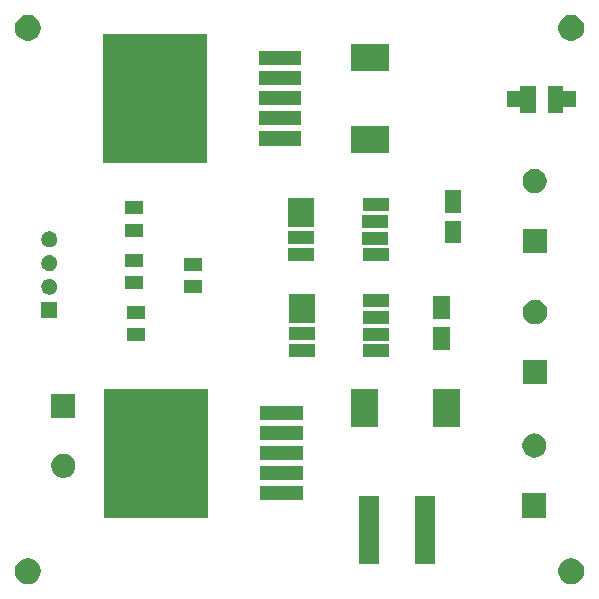
<source format=gbr>
%TF.GenerationSoftware,KiCad,Pcbnew,(5.1.6)-1*%
%TF.CreationDate,2020-08-14T09:47:52+03:00*%
%TF.ProjectId,Circuit Thesis,43697263-7569-4742-9054-68657369732e,rev?*%
%TF.SameCoordinates,Original*%
%TF.FileFunction,Soldermask,Bot*%
%TF.FilePolarity,Negative*%
%FSLAX46Y46*%
G04 Gerber Fmt 4.6, Leading zero omitted, Abs format (unit mm)*
G04 Created by KiCad (PCBNEW (5.1.6)-1) date 2020-08-14 09:47:52*
%MOMM*%
%LPD*%
G01*
G04 APERTURE LIST*
%ADD10C,0.010000*%
%ADD11C,0.100000*%
G04 APERTURE END LIST*
D10*
%TO.C,U3*%
G36*
X143181000Y-101539400D02*
G01*
X134441000Y-101539400D01*
X134441000Y-112379400D01*
X143181000Y-112379400D01*
X143181000Y-101539400D01*
G37*
X143181000Y-101539400D02*
X134441000Y-101539400D01*
X134441000Y-112379400D01*
X143181000Y-112379400D01*
X143181000Y-101539400D01*
G36*
X151181000Y-106389400D02*
G01*
X147641000Y-106389400D01*
X147641000Y-107529400D01*
X151181000Y-107529400D01*
X151181000Y-106389400D01*
G37*
X151181000Y-106389400D02*
X147641000Y-106389400D01*
X147641000Y-107529400D01*
X151181000Y-107529400D01*
X151181000Y-106389400D01*
G36*
X151181000Y-104689400D02*
G01*
X147641000Y-104689400D01*
X147641000Y-105829400D01*
X151181000Y-105829400D01*
X151181000Y-104689400D01*
G37*
X151181000Y-104689400D02*
X147641000Y-104689400D01*
X147641000Y-105829400D01*
X151181000Y-105829400D01*
X151181000Y-104689400D01*
G36*
X151181000Y-102989400D02*
G01*
X147641000Y-102989400D01*
X147641000Y-104129400D01*
X151181000Y-104129400D01*
X151181000Y-102989400D01*
G37*
X151181000Y-102989400D02*
X147641000Y-102989400D01*
X147641000Y-104129400D01*
X151181000Y-104129400D01*
X151181000Y-102989400D01*
G36*
X151181000Y-108089400D02*
G01*
X147641000Y-108089400D01*
X147641000Y-109229400D01*
X151181000Y-109229400D01*
X151181000Y-108089400D01*
G37*
X151181000Y-108089400D02*
X147641000Y-108089400D01*
X147641000Y-109229400D01*
X151181000Y-109229400D01*
X151181000Y-108089400D01*
G36*
X151181000Y-109789400D02*
G01*
X147641000Y-109789400D01*
X147641000Y-110929400D01*
X151181000Y-110929400D01*
X151181000Y-109789400D01*
G37*
X151181000Y-109789400D02*
X147641000Y-109789400D01*
X147641000Y-110929400D01*
X151181000Y-110929400D01*
X151181000Y-109789400D01*
%TO.C,U4*%
G36*
X151079400Y-79741200D02*
G01*
X147539400Y-79741200D01*
X147539400Y-80881200D01*
X151079400Y-80881200D01*
X151079400Y-79741200D01*
G37*
X151079400Y-79741200D02*
X147539400Y-79741200D01*
X147539400Y-80881200D01*
X151079400Y-80881200D01*
X151079400Y-79741200D01*
G36*
X151079400Y-78041200D02*
G01*
X147539400Y-78041200D01*
X147539400Y-79181200D01*
X151079400Y-79181200D01*
X151079400Y-78041200D01*
G37*
X151079400Y-78041200D02*
X147539400Y-78041200D01*
X147539400Y-79181200D01*
X151079400Y-79181200D01*
X151079400Y-78041200D01*
G36*
X151079400Y-72941200D02*
G01*
X147539400Y-72941200D01*
X147539400Y-74081200D01*
X151079400Y-74081200D01*
X151079400Y-72941200D01*
G37*
X151079400Y-72941200D02*
X147539400Y-72941200D01*
X147539400Y-74081200D01*
X151079400Y-74081200D01*
X151079400Y-72941200D01*
G36*
X151079400Y-74641200D02*
G01*
X147539400Y-74641200D01*
X147539400Y-75781200D01*
X151079400Y-75781200D01*
X151079400Y-74641200D01*
G37*
X151079400Y-74641200D02*
X147539400Y-74641200D01*
X147539400Y-75781200D01*
X151079400Y-75781200D01*
X151079400Y-74641200D01*
G36*
X151079400Y-76341200D02*
G01*
X147539400Y-76341200D01*
X147539400Y-77481200D01*
X151079400Y-77481200D01*
X151079400Y-76341200D01*
G37*
X151079400Y-76341200D02*
X147539400Y-76341200D01*
X147539400Y-77481200D01*
X151079400Y-77481200D01*
X151079400Y-76341200D01*
G36*
X143079400Y-71491200D02*
G01*
X134339400Y-71491200D01*
X134339400Y-82331200D01*
X143079400Y-82331200D01*
X143079400Y-71491200D01*
G37*
X143079400Y-71491200D02*
X134339400Y-71491200D01*
X134339400Y-82331200D01*
X143079400Y-82331200D01*
X143079400Y-71491200D01*
%TO.C,L1*%
G36*
X169700000Y-76387400D02*
G01*
X169700000Y-75887400D01*
X170900000Y-75887400D01*
X170900000Y-78087400D01*
X169700000Y-78087400D01*
X169700000Y-77587400D01*
X168600000Y-77587400D01*
X168600000Y-76387400D01*
X169700000Y-76387400D01*
G37*
X169700000Y-76387400D02*
X169700000Y-75887400D01*
X170900000Y-75887400D01*
X170900000Y-78087400D01*
X169700000Y-78087400D01*
X169700000Y-77587400D01*
X168600000Y-77587400D01*
X168600000Y-76387400D01*
X169700000Y-76387400D01*
G36*
X173200000Y-76387400D02*
G01*
X173200000Y-75887400D01*
X172000000Y-75887400D01*
X172000000Y-78087400D01*
X173200000Y-78087400D01*
X173200000Y-77587400D01*
X174300000Y-77587400D01*
X174300000Y-76387400D01*
X173200000Y-76387400D01*
G37*
X173200000Y-76387400D02*
X173200000Y-75887400D01*
X172000000Y-75887400D01*
X172000000Y-78087400D01*
X173200000Y-78087400D01*
X173200000Y-77587400D01*
X174300000Y-77587400D01*
X174300000Y-76387400D01*
X173200000Y-76387400D01*
D11*
G36*
X174320857Y-115942272D02*
G01*
X174521043Y-116025192D01*
X174521045Y-116025193D01*
X174611738Y-116085792D01*
X174701208Y-116145574D01*
X174854426Y-116298792D01*
X174974808Y-116478957D01*
X175057728Y-116679143D01*
X175100000Y-116891658D01*
X175100000Y-117108342D01*
X175057728Y-117320857D01*
X174974808Y-117521043D01*
X174974807Y-117521045D01*
X174854425Y-117701209D01*
X174701209Y-117854425D01*
X174521045Y-117974807D01*
X174521044Y-117974808D01*
X174521043Y-117974808D01*
X174320857Y-118057728D01*
X174108342Y-118100000D01*
X173891658Y-118100000D01*
X173679143Y-118057728D01*
X173478957Y-117974808D01*
X173478956Y-117974808D01*
X173478955Y-117974807D01*
X173298791Y-117854425D01*
X173145575Y-117701209D01*
X173025193Y-117521045D01*
X173025192Y-117521043D01*
X172942272Y-117320857D01*
X172900000Y-117108342D01*
X172900000Y-116891658D01*
X172942272Y-116679143D01*
X173025192Y-116478957D01*
X173145574Y-116298792D01*
X173298792Y-116145574D01*
X173388262Y-116085792D01*
X173478955Y-116025193D01*
X173478957Y-116025192D01*
X173679143Y-115942272D01*
X173891658Y-115900000D01*
X174108342Y-115900000D01*
X174320857Y-115942272D01*
G37*
G36*
X128320857Y-115942272D02*
G01*
X128521043Y-116025192D01*
X128521045Y-116025193D01*
X128611738Y-116085792D01*
X128701208Y-116145574D01*
X128854426Y-116298792D01*
X128974808Y-116478957D01*
X129057728Y-116679143D01*
X129100000Y-116891658D01*
X129100000Y-117108342D01*
X129057728Y-117320857D01*
X128974808Y-117521043D01*
X128974807Y-117521045D01*
X128854425Y-117701209D01*
X128701209Y-117854425D01*
X128521045Y-117974807D01*
X128521044Y-117974808D01*
X128521043Y-117974808D01*
X128320857Y-118057728D01*
X128108342Y-118100000D01*
X127891658Y-118100000D01*
X127679143Y-118057728D01*
X127478957Y-117974808D01*
X127478956Y-117974808D01*
X127478955Y-117974807D01*
X127298791Y-117854425D01*
X127145575Y-117701209D01*
X127025193Y-117521045D01*
X127025192Y-117521043D01*
X126942272Y-117320857D01*
X126900000Y-117108342D01*
X126900000Y-116891658D01*
X126942272Y-116679143D01*
X127025192Y-116478957D01*
X127145574Y-116298792D01*
X127298792Y-116145574D01*
X127388262Y-116085792D01*
X127478955Y-116025193D01*
X127478957Y-116025192D01*
X127679143Y-115942272D01*
X127891658Y-115900000D01*
X128108342Y-115900000D01*
X128320857Y-115942272D01*
G37*
G36*
X157758000Y-116412600D02*
G01*
X156058000Y-116412600D01*
X156058000Y-110612600D01*
X157758000Y-110612600D01*
X157758000Y-116412600D01*
G37*
G36*
X162458000Y-116412600D02*
G01*
X160758000Y-116412600D01*
X160758000Y-110612600D01*
X162458000Y-110612600D01*
X162458000Y-116412600D01*
G37*
G36*
X171903500Y-112467500D02*
G01*
X169853500Y-112467500D01*
X169853500Y-110417500D01*
X171903500Y-110417500D01*
X171903500Y-112467500D01*
G37*
G36*
X131166963Y-107068130D02*
G01*
X131298982Y-107094390D01*
X131485520Y-107171656D01*
X131653400Y-107283830D01*
X131796170Y-107426600D01*
X131908344Y-107594480D01*
X131985610Y-107781018D01*
X132025000Y-107979046D01*
X132025000Y-108180954D01*
X131985610Y-108378982D01*
X131908344Y-108565520D01*
X131796170Y-108733400D01*
X131653400Y-108876170D01*
X131485520Y-108988344D01*
X131298982Y-109065610D01*
X131166963Y-109091870D01*
X131100955Y-109105000D01*
X130899045Y-109105000D01*
X130833037Y-109091870D01*
X130701018Y-109065610D01*
X130514480Y-108988344D01*
X130346600Y-108876170D01*
X130203830Y-108733400D01*
X130091656Y-108565520D01*
X130014390Y-108378982D01*
X129975000Y-108180954D01*
X129975000Y-107979046D01*
X130014390Y-107781018D01*
X130091656Y-107594480D01*
X130203830Y-107426600D01*
X130346600Y-107283830D01*
X130514480Y-107171656D01*
X130701018Y-107094390D01*
X130833037Y-107068130D01*
X130899045Y-107055000D01*
X131100955Y-107055000D01*
X131166963Y-107068130D01*
G37*
G36*
X171045463Y-105350630D02*
G01*
X171177482Y-105376890D01*
X171364020Y-105454156D01*
X171531900Y-105566330D01*
X171674670Y-105709100D01*
X171786844Y-105876980D01*
X171864110Y-106063518D01*
X171903500Y-106261546D01*
X171903500Y-106463454D01*
X171864110Y-106661482D01*
X171786844Y-106848020D01*
X171674670Y-107015900D01*
X171531900Y-107158670D01*
X171364020Y-107270844D01*
X171177482Y-107348110D01*
X171045463Y-107374370D01*
X170979455Y-107387500D01*
X170777545Y-107387500D01*
X170711537Y-107374370D01*
X170579518Y-107348110D01*
X170392980Y-107270844D01*
X170225100Y-107158670D01*
X170082330Y-107015900D01*
X169970156Y-106848020D01*
X169892890Y-106661482D01*
X169853500Y-106463454D01*
X169853500Y-106261546D01*
X169892890Y-106063518D01*
X169970156Y-105876980D01*
X170082330Y-105709100D01*
X170225100Y-105566330D01*
X170392980Y-105454156D01*
X170579518Y-105376890D01*
X170711537Y-105350630D01*
X170777545Y-105337500D01*
X170979455Y-105337500D01*
X171045463Y-105350630D01*
G37*
G36*
X164581500Y-104797500D02*
G01*
X162301500Y-104797500D01*
X162301500Y-101577500D01*
X164581500Y-101577500D01*
X164581500Y-104797500D01*
G37*
G36*
X157611500Y-104797500D02*
G01*
X155331500Y-104797500D01*
X155331500Y-101577500D01*
X157611500Y-101577500D01*
X157611500Y-104797500D01*
G37*
G36*
X132025000Y-104025000D02*
G01*
X129975000Y-104025000D01*
X129975000Y-101975000D01*
X132025000Y-101975000D01*
X132025000Y-104025000D01*
G37*
G36*
X171967000Y-101164500D02*
G01*
X169917000Y-101164500D01*
X169917000Y-99114500D01*
X171967000Y-99114500D01*
X171967000Y-101164500D01*
G37*
G36*
X152318900Y-98898800D02*
G01*
X150118900Y-98898800D01*
X150118900Y-97798800D01*
X152318900Y-97798800D01*
X152318900Y-98898800D01*
G37*
G36*
X158618100Y-98898800D02*
G01*
X156418100Y-98898800D01*
X156418100Y-97798800D01*
X158618100Y-97798800D01*
X158618100Y-98898800D01*
G37*
G36*
X163710000Y-98255000D02*
G01*
X162290000Y-98255000D01*
X162290000Y-96345000D01*
X163710000Y-96345000D01*
X163710000Y-98255000D01*
G37*
G36*
X158592700Y-97501800D02*
G01*
X156392700Y-97501800D01*
X156392700Y-96401800D01*
X158592700Y-96401800D01*
X158592700Y-97501800D01*
G37*
G36*
X137910000Y-97490000D02*
G01*
X136390000Y-97490000D01*
X136390000Y-96390000D01*
X137910000Y-96390000D01*
X137910000Y-97490000D01*
G37*
G36*
X152318900Y-97451000D02*
G01*
X150118900Y-97451000D01*
X150118900Y-96351000D01*
X152318900Y-96351000D01*
X152318900Y-97451000D01*
G37*
G36*
X171108963Y-94047630D02*
G01*
X171240982Y-94073890D01*
X171427520Y-94151156D01*
X171595400Y-94263330D01*
X171738170Y-94406100D01*
X171850344Y-94573980D01*
X171927610Y-94760518D01*
X171967000Y-94958546D01*
X171967000Y-95160454D01*
X171927610Y-95358482D01*
X171850344Y-95545020D01*
X171738170Y-95712900D01*
X171595400Y-95855670D01*
X171427520Y-95967844D01*
X171240982Y-96045110D01*
X171108963Y-96071370D01*
X171042955Y-96084500D01*
X170841045Y-96084500D01*
X170775037Y-96071370D01*
X170643018Y-96045110D01*
X170456480Y-95967844D01*
X170288600Y-95855670D01*
X170145830Y-95712900D01*
X170033656Y-95545020D01*
X169956390Y-95358482D01*
X169917000Y-95160454D01*
X169917000Y-94958546D01*
X169956390Y-94760518D01*
X170033656Y-94573980D01*
X170145830Y-94406100D01*
X170288600Y-94263330D01*
X170456480Y-94151156D01*
X170643018Y-94073890D01*
X170775037Y-94047630D01*
X170841045Y-94034500D01*
X171042955Y-94034500D01*
X171108963Y-94047630D01*
G37*
G36*
X158592700Y-96054000D02*
G01*
X156392700Y-96054000D01*
X156392700Y-94954000D01*
X158592700Y-94954000D01*
X158592700Y-96054000D01*
G37*
G36*
X152293500Y-95952400D02*
G01*
X150093500Y-95952400D01*
X150093500Y-93531600D01*
X152293500Y-93531600D01*
X152293500Y-95952400D01*
G37*
G36*
X163710000Y-95655000D02*
G01*
X162290000Y-95655000D01*
X162290000Y-93745000D01*
X163710000Y-93745000D01*
X163710000Y-95655000D01*
G37*
G36*
X137910000Y-95620000D02*
G01*
X136390000Y-95620000D01*
X136390000Y-94520000D01*
X137910000Y-94520000D01*
X137910000Y-95620000D01*
G37*
G36*
X130494400Y-95588200D02*
G01*
X129144400Y-95588200D01*
X129144400Y-94238200D01*
X130494400Y-94238200D01*
X130494400Y-95588200D01*
G37*
G36*
X158618100Y-94631600D02*
G01*
X156418100Y-94631600D01*
X156418100Y-93531600D01*
X158618100Y-93531600D01*
X158618100Y-94631600D01*
G37*
G36*
X130016289Y-92264139D02*
G01*
X130139131Y-92315022D01*
X130249687Y-92388893D01*
X130343707Y-92482913D01*
X130417578Y-92593469D01*
X130468461Y-92716311D01*
X130494400Y-92846717D01*
X130494400Y-92979683D01*
X130468461Y-93110089D01*
X130417578Y-93232931D01*
X130343707Y-93343487D01*
X130249687Y-93437507D01*
X130139131Y-93511378D01*
X130016289Y-93562261D01*
X129885883Y-93588200D01*
X129752917Y-93588200D01*
X129622511Y-93562261D01*
X129499669Y-93511378D01*
X129389113Y-93437507D01*
X129295093Y-93343487D01*
X129221222Y-93232931D01*
X129170339Y-93110089D01*
X129144400Y-92979683D01*
X129144400Y-92846717D01*
X129170339Y-92716311D01*
X129221222Y-92593469D01*
X129295093Y-92482913D01*
X129389113Y-92388893D01*
X129499669Y-92315022D01*
X129622511Y-92264139D01*
X129752917Y-92238200D01*
X129885883Y-92238200D01*
X130016289Y-92264139D01*
G37*
G36*
X142760000Y-93485000D02*
G01*
X141240000Y-93485000D01*
X141240000Y-92385000D01*
X142760000Y-92385000D01*
X142760000Y-93485000D01*
G37*
G36*
X137760000Y-93080000D02*
G01*
X136240000Y-93080000D01*
X136240000Y-91980000D01*
X137760000Y-91980000D01*
X137760000Y-93080000D01*
G37*
G36*
X142760000Y-91615000D02*
G01*
X141240000Y-91615000D01*
X141240000Y-90515000D01*
X142760000Y-90515000D01*
X142760000Y-91615000D01*
G37*
G36*
X130016289Y-90264139D02*
G01*
X130139131Y-90315022D01*
X130249687Y-90388893D01*
X130343707Y-90482913D01*
X130417578Y-90593469D01*
X130468461Y-90716311D01*
X130494400Y-90846717D01*
X130494400Y-90979683D01*
X130468461Y-91110089D01*
X130417578Y-91232931D01*
X130343707Y-91343487D01*
X130249687Y-91437507D01*
X130139131Y-91511378D01*
X130016289Y-91562261D01*
X129885883Y-91588200D01*
X129752917Y-91588200D01*
X129622511Y-91562261D01*
X129499669Y-91511378D01*
X129389113Y-91437507D01*
X129295093Y-91343487D01*
X129221222Y-91232931D01*
X129170339Y-91110089D01*
X129144400Y-90979683D01*
X129144400Y-90846717D01*
X129170339Y-90716311D01*
X129221222Y-90593469D01*
X129295093Y-90482913D01*
X129389113Y-90388893D01*
X129499669Y-90315022D01*
X129622511Y-90264139D01*
X129752917Y-90238200D01*
X129885883Y-90238200D01*
X130016289Y-90264139D01*
G37*
G36*
X137760000Y-91210000D02*
G01*
X136240000Y-91210000D01*
X136240000Y-90110000D01*
X137760000Y-90110000D01*
X137760000Y-91210000D01*
G37*
G36*
X158554600Y-90770800D02*
G01*
X156354600Y-90770800D01*
X156354600Y-89670800D01*
X158554600Y-89670800D01*
X158554600Y-90770800D01*
G37*
G36*
X152255400Y-90770800D02*
G01*
X150055400Y-90770800D01*
X150055400Y-89670800D01*
X152255400Y-89670800D01*
X152255400Y-90770800D01*
G37*
G36*
X171941600Y-90077400D02*
G01*
X169891600Y-90077400D01*
X169891600Y-88027400D01*
X171941600Y-88027400D01*
X171941600Y-90077400D01*
G37*
G36*
X130016289Y-88264139D02*
G01*
X130139131Y-88315022D01*
X130249687Y-88388893D01*
X130343707Y-88482913D01*
X130417578Y-88593469D01*
X130468461Y-88716311D01*
X130494400Y-88846717D01*
X130494400Y-88979683D01*
X130468461Y-89110089D01*
X130417578Y-89232931D01*
X130343707Y-89343487D01*
X130249687Y-89437507D01*
X130139131Y-89511378D01*
X130016289Y-89562261D01*
X129885883Y-89588200D01*
X129752917Y-89588200D01*
X129622511Y-89562261D01*
X129499669Y-89511378D01*
X129389113Y-89437507D01*
X129295093Y-89343487D01*
X129221222Y-89232931D01*
X129170339Y-89110089D01*
X129144400Y-88979683D01*
X129144400Y-88846717D01*
X129170339Y-88716311D01*
X129221222Y-88593469D01*
X129295093Y-88482913D01*
X129389113Y-88388893D01*
X129499669Y-88315022D01*
X129622511Y-88264139D01*
X129752917Y-88238200D01*
X129885883Y-88238200D01*
X130016289Y-88264139D01*
G37*
G36*
X158529200Y-89373800D02*
G01*
X156329200Y-89373800D01*
X156329200Y-88273800D01*
X158529200Y-88273800D01*
X158529200Y-89373800D01*
G37*
G36*
X152255400Y-89323000D02*
G01*
X150055400Y-89323000D01*
X150055400Y-88223000D01*
X152255400Y-88223000D01*
X152255400Y-89323000D01*
G37*
G36*
X164710000Y-89255000D02*
G01*
X163290000Y-89255000D01*
X163290000Y-87345000D01*
X164710000Y-87345000D01*
X164710000Y-89255000D01*
G37*
G36*
X137710000Y-88670000D02*
G01*
X136190000Y-88670000D01*
X136190000Y-87570000D01*
X137710000Y-87570000D01*
X137710000Y-88670000D01*
G37*
G36*
X158529200Y-87926000D02*
G01*
X156329200Y-87926000D01*
X156329200Y-86826000D01*
X158529200Y-86826000D01*
X158529200Y-87926000D01*
G37*
G36*
X152230000Y-87824400D02*
G01*
X150030000Y-87824400D01*
X150030000Y-85403600D01*
X152230000Y-85403600D01*
X152230000Y-87824400D01*
G37*
G36*
X137710000Y-86800000D02*
G01*
X136190000Y-86800000D01*
X136190000Y-85700000D01*
X137710000Y-85700000D01*
X137710000Y-86800000D01*
G37*
G36*
X164710000Y-86655000D02*
G01*
X163290000Y-86655000D01*
X163290000Y-84745000D01*
X164710000Y-84745000D01*
X164710000Y-86655000D01*
G37*
G36*
X158554600Y-86503600D02*
G01*
X156354600Y-86503600D01*
X156354600Y-85403600D01*
X158554600Y-85403600D01*
X158554600Y-86503600D01*
G37*
G36*
X171083563Y-82960530D02*
G01*
X171215582Y-82986790D01*
X171402120Y-83064056D01*
X171570000Y-83176230D01*
X171712770Y-83319000D01*
X171824944Y-83486880D01*
X171902210Y-83673418D01*
X171941600Y-83871446D01*
X171941600Y-84073354D01*
X171902210Y-84271382D01*
X171824944Y-84457920D01*
X171712770Y-84625800D01*
X171570000Y-84768570D01*
X171402120Y-84880744D01*
X171215582Y-84958010D01*
X171083563Y-84984270D01*
X171017555Y-84997400D01*
X170815645Y-84997400D01*
X170749637Y-84984270D01*
X170617618Y-84958010D01*
X170431080Y-84880744D01*
X170263200Y-84768570D01*
X170120430Y-84625800D01*
X170008256Y-84457920D01*
X169930990Y-84271382D01*
X169891600Y-84073354D01*
X169891600Y-83871446D01*
X169930990Y-83673418D01*
X170008256Y-83486880D01*
X170120430Y-83319000D01*
X170263200Y-83176230D01*
X170431080Y-83064056D01*
X170617618Y-82986790D01*
X170749637Y-82960530D01*
X170815645Y-82947400D01*
X171017555Y-82947400D01*
X171083563Y-82960530D01*
G37*
G36*
X158610000Y-81625000D02*
G01*
X155390000Y-81625000D01*
X155390000Y-79345000D01*
X158610000Y-79345000D01*
X158610000Y-81625000D01*
G37*
G36*
X158610000Y-74655000D02*
G01*
X155390000Y-74655000D01*
X155390000Y-72375000D01*
X158610000Y-72375000D01*
X158610000Y-74655000D01*
G37*
G36*
X174320857Y-69942272D02*
G01*
X174521043Y-70025192D01*
X174521045Y-70025193D01*
X174611738Y-70085792D01*
X174701208Y-70145574D01*
X174854426Y-70298792D01*
X174974808Y-70478957D01*
X175057728Y-70679143D01*
X175100000Y-70891658D01*
X175100000Y-71108342D01*
X175057728Y-71320857D01*
X174974808Y-71521043D01*
X174974807Y-71521045D01*
X174854425Y-71701209D01*
X174701209Y-71854425D01*
X174521045Y-71974807D01*
X174521044Y-71974808D01*
X174521043Y-71974808D01*
X174320857Y-72057728D01*
X174108342Y-72100000D01*
X173891658Y-72100000D01*
X173679143Y-72057728D01*
X173478957Y-71974808D01*
X173478956Y-71974808D01*
X173478955Y-71974807D01*
X173298791Y-71854425D01*
X173145575Y-71701209D01*
X173025193Y-71521045D01*
X173025192Y-71521043D01*
X172942272Y-71320857D01*
X172900000Y-71108342D01*
X172900000Y-70891658D01*
X172942272Y-70679143D01*
X173025192Y-70478957D01*
X173145574Y-70298792D01*
X173298792Y-70145574D01*
X173388262Y-70085792D01*
X173478955Y-70025193D01*
X173478957Y-70025192D01*
X173679143Y-69942272D01*
X173891658Y-69900000D01*
X174108342Y-69900000D01*
X174320857Y-69942272D01*
G37*
G36*
X128320857Y-69942272D02*
G01*
X128521043Y-70025192D01*
X128521045Y-70025193D01*
X128611738Y-70085792D01*
X128701208Y-70145574D01*
X128854426Y-70298792D01*
X128974808Y-70478957D01*
X129057728Y-70679143D01*
X129100000Y-70891658D01*
X129100000Y-71108342D01*
X129057728Y-71320857D01*
X128974808Y-71521043D01*
X128974807Y-71521045D01*
X128854425Y-71701209D01*
X128701209Y-71854425D01*
X128521045Y-71974807D01*
X128521044Y-71974808D01*
X128521043Y-71974808D01*
X128320857Y-72057728D01*
X128108342Y-72100000D01*
X127891658Y-72100000D01*
X127679143Y-72057728D01*
X127478957Y-71974808D01*
X127478956Y-71974808D01*
X127478955Y-71974807D01*
X127298791Y-71854425D01*
X127145575Y-71701209D01*
X127025193Y-71521045D01*
X127025192Y-71521043D01*
X126942272Y-71320857D01*
X126900000Y-71108342D01*
X126900000Y-70891658D01*
X126942272Y-70679143D01*
X127025192Y-70478957D01*
X127145574Y-70298792D01*
X127298792Y-70145574D01*
X127388262Y-70085792D01*
X127478955Y-70025193D01*
X127478957Y-70025192D01*
X127679143Y-69942272D01*
X127891658Y-69900000D01*
X128108342Y-69900000D01*
X128320857Y-69942272D01*
G37*
M02*

</source>
